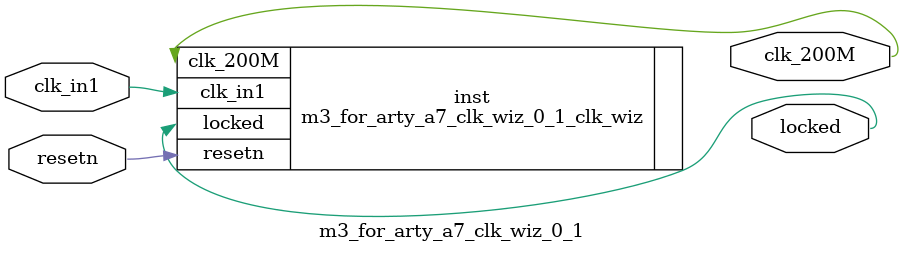
<source format=v>


`timescale 1ps/1ps

(* CORE_GENERATION_INFO = "m3_for_arty_a7_clk_wiz_0_1,clk_wiz_v6_0_1_0_0,{component_name=m3_for_arty_a7_clk_wiz_0_1,use_phase_alignment=true,use_min_o_jitter=false,use_max_i_jitter=false,use_dyn_phase_shift=false,use_inclk_switchover=false,use_dyn_reconfig=false,enable_axi=0,feedback_source=FDBK_AUTO,PRIMITIVE=MMCM,num_out_clk=1,clkin1_period=10.000,clkin2_period=10.000,use_power_down=false,use_reset=true,use_locked=true,use_inclk_stopped=false,feedback_type=SINGLE,CLOCK_MGR_TYPE=NA,manual_override=false}" *)

module m3_for_arty_a7_clk_wiz_0_1 
 (
  // Clock out ports
  output        clk_200M,
  // Status and control signals
  input         resetn,
  output        locked,
 // Clock in ports
  input         clk_in1
 );

  m3_for_arty_a7_clk_wiz_0_1_clk_wiz inst
  (
  // Clock out ports  
  .clk_200M(clk_200M),
  // Status and control signals               
  .resetn(resetn), 
  .locked(locked),
 // Clock in ports
  .clk_in1(clk_in1)
  );

endmodule

</source>
